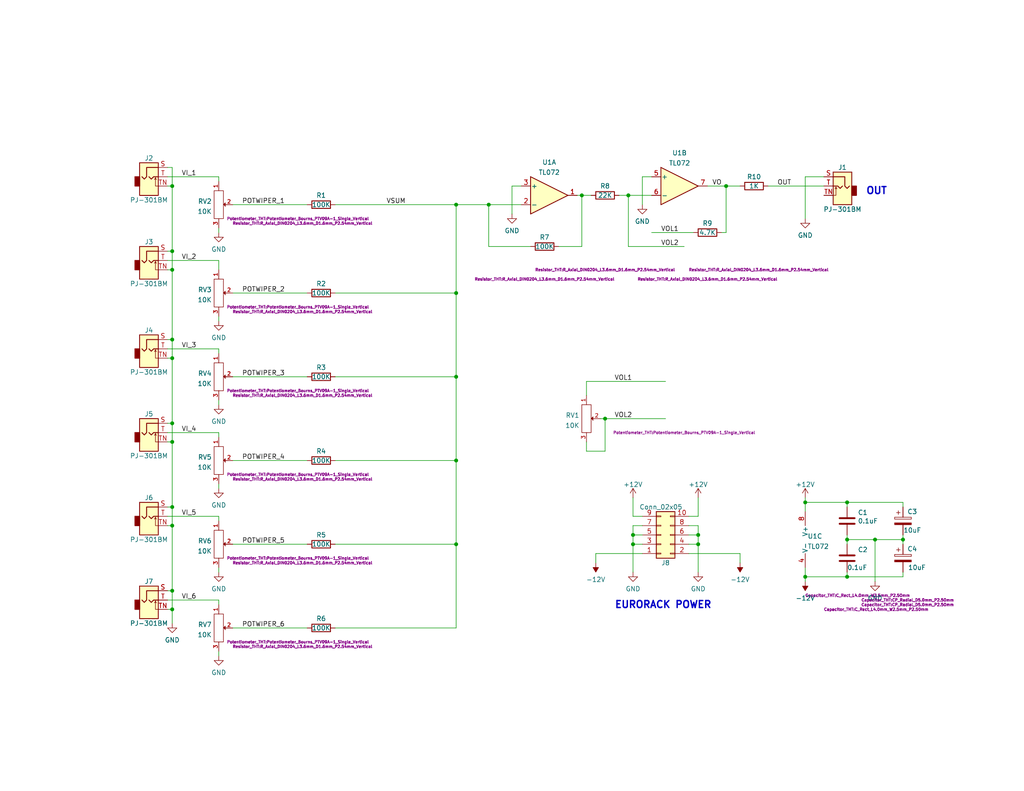
<source format=kicad_sch>
(kicad_sch (version 20211123) (generator eeschema)
  (paper "A")
  (title_block (title "SYNTH-MIXER6-01") (date "2022-09-28") (rev "1") (comment 1 "6 CHANNEL MIXER") (comment 2 "https://note.com/solder_state/n/nffc1a33053be"))
  (lib_symbols
    (symbol "Amplifier_Operational:TL072" (pin_names (offset 0.127))
      (property "Reference" "U" (at 0 5.08 0))
      (property "Value" "TL072" (at 0 -5.08 0))
      (symbol "TL072_1_1"
        (polyline (pts (xy -5.08 5.08) (xy 5.08 0) (xy -5.08 -5.08) (xy -5.08 5.08)) (stroke (width 0.254)) (fill (type background)))
        (pin output line (at 7.62 0 180) (length 2.54) (name "~") (number "1"))
        (pin input line (at -7.62 -2.54 0) (length 2.54) (name "-") (number "2"))
        (pin input line (at -7.62 2.54 0) (length 2.54) (name "+") (number "3"))
      )
      (symbol "TL072_2_1"
        (polyline (pts (xy -5.08 5.08) (xy 5.08 0) (xy -5.08 -5.08) (xy -5.08 5.08)) (stroke (width 0.254)) (fill (type background)))
        (pin input line (at -7.62 2.54 0) (length 2.54) (name "+") (number "5"))
        (pin input line (at -7.62 -2.54 0) (length 2.54) (name "-") (number "6"))
        (pin output line (at 7.62 0 180) (length 2.54) (name "~") (number "7"))
      )
      (symbol "TL072_3_1"
        (pin power_in line (at -2.54 -7.62 90) (length 3.81) (name "V-") (number "4"))
        (pin power_in line (at -2.54 7.62 270) (length 3.81) (name "V+") (number "8"))
      )
    )
    (symbol "Connector:AudioJack2_SwitchT"
      (property "Reference" "J" (at 0 8.89 0))
      (property "Value" "AudioJack2_SwitchT" (at 0 6.35 0))
      (symbol "AudioJack2_SwitchT_0_1"
        (rectangle (start -2.54 0) (end -3.81 -2.54) (stroke (width 0.254)) (fill (type outline)))
        (polyline (pts (xy 1.778 -0.254) (xy 2.032 -0.762)))
        (polyline (pts (xy 0 0) (xy 0.635 -0.635) (xy 1.27 0) (xy 2.54 0)) (stroke (width 0.254)))
        (polyline (pts (xy 2.54 -2.54) (xy 1.778 -2.54) (xy 1.778 -0.254) (xy 1.524 -0.762)))
        (polyline (pts (xy 2.54 2.54) (xy -0.635 2.54) (xy -0.635 0) (xy -1.27 -0.635) (xy -1.905 0)) (stroke (width 0.254)))
        (rectangle (start 2.54 3.81) (end -2.54 -5.08) (stroke (width 0.254)) (fill (type background)))
      )
      (symbol "AudioJack2_SwitchT_1_1"
        (pin passive line (at 5.08 2.54 180) (length 2.54) (name "~") (number "S"))
        (pin passive line (at 5.08 0 180) (length 2.54) (name "~") (number "T"))
        (pin passive line (at 5.08 -2.54 180) (length 2.54) (name "~") (number "TN"))
      )
    )
    (symbol "Connector_Generic:Conn_02x05_Odd_Even" (pin_names (offset 1.016) hide)
      (property "Reference" "J" (at 1.27 7.62 0))
      (property "Value" "Conn_02x05_Odd_Even" (at 1.27 -7.62 0))
      (symbol "Conn_02x05_Odd_Even_1_1"
        (rectangle (start -1.27 -4.953) (end 0 -5.207) (stroke (width 0.1524)))
        (rectangle (start -1.27 -2.413) (end 0 -2.667) (stroke (width 0.1524)))
        (rectangle (start -1.27 0.127) (end 0 -0.127) (stroke (width 0.1524)))
        (rectangle (start -1.27 2.667) (end 0 2.413) (stroke (width 0.1524)))
        (rectangle (start -1.27 5.207) (end 0 4.953) (stroke (width 0.1524)))
        (rectangle (start -1.27 6.35) (end 3.81 -6.35) (stroke (width 0.254)) (fill (type background)))
        (rectangle (start 3.81 -4.953) (end 2.54 -5.207) (stroke (width 0.1524)))
        (rectangle (start 3.81 -2.413) (end 2.54 -2.667) (stroke (width 0.1524)))
        (rectangle (start 3.81 0.127) (end 2.54 -0.127) (stroke (width 0.1524)))
        (rectangle (start 3.81 2.667) (end 2.54 2.413) (stroke (width 0.1524)))
        (rectangle (start 3.81 5.207) (end 2.54 4.953) (stroke (width 0.1524)))
        (pin passive line (at -5.08 5.08 0) (length 3.81) (name "Pin_1") (number "1"))
        (pin passive line (at 7.62 -5.08 180) (length 3.81) (name "Pin_10") (number "10"))
        (pin passive line (at 7.62 5.08 180) (length 3.81) (name "Pin_2") (number "2"))
        (pin passive line (at -5.08 2.54 0) (length 3.81) (name "Pin_3") (number "3"))
        (pin passive line (at 7.62 2.54 180) (length 3.81) (name "Pin_4") (number "4"))
        (pin passive line (at -5.08 0 0) (length 3.81) (name "Pin_5") (number "5"))
        (pin passive line (at 7.62 0 180) (length 3.81) (name "Pin_6") (number "6"))
        (pin passive line (at -5.08 -2.54 0) (length 3.81) (name "Pin_7") (number "7"))
        (pin passive line (at 7.62 -2.54 180) (length 3.81) (name "Pin_8") (number "8"))
        (pin passive line (at -5.08 -5.08 0) (length 3.81) (name "Pin_9") (number "9"))
      )
    )
    (symbol "Device:C" (pin_numbers hide) (pin_names (offset 0.254))
      (property "Reference" "C" (at 0.635 2.54 0))
      (property "Value" "C" (at 0.635 -2.54 0))
      (symbol "C_0_1"
        (polyline (pts (xy -2.032 -0.762) (xy 2.032 -0.762)) (stroke (width 0.508)))
        (polyline (pts (xy -2.032 0.762) (xy 2.032 0.762)) (stroke (width 0.508)))
      )
      (symbol "C_1_1"
        (pin passive line (at 0 3.81 270) (length 2.794) (name "~") (number "1"))
        (pin passive line (at 0 -3.81 90) (length 2.794) (name "~") (number "2"))
      )
    )
    (symbol "Device:C_Polarized" (pin_numbers hide) (pin_names (offset 0.254))
      (property "Reference" "C" (at 0.635 2.54 0))
      (property "Value" "C_Polarized" (at 0.635 -2.54 0))
      (symbol "C_Polarized_0_1"
        (rectangle (start -2.286 0.508) (end 2.286 1.016))
        (polyline (pts (xy -1.778 2.286) (xy -0.762 2.286)))
        (polyline (pts (xy -1.27 2.794) (xy -1.27 1.778)))
        (rectangle (start 2.286 -0.508) (end -2.286 -1.016) (fill (type outline)))
      )
      (symbol "C_Polarized_1_1"
        (pin passive line (at 0 3.81 270) (length 2.794) (name "~") (number "1"))
        (pin passive line (at 0 -3.81 90) (length 2.794) (name "~") (number "2"))
      )
    )
    (symbol "Device:R" (pin_numbers hide) (pin_names (offset 0))
      (property "Reference" "R" (at 2.032 0 90))
      (property "Value" "R" (at 0 0 90))
      (symbol "R_0_1"
        (rectangle (start -1.016 -2.54) (end 1.016 2.54) (stroke (width 0.254)))
      )
      (symbol "R_1_1"
        (pin passive line (at 0 3.81 270) (length 1.27) (name "~") (number "1"))
        (pin passive line (at 0 -3.81 90) (length 1.27) (name "~") (number "2"))
      )
    )
    (symbol "LandBoards:POT" (pin_names (offset 1.016) hide)
      (property "Reference" "RV" (at 0 -2.54 0))
      (property "Value" "POT" (at 0 0 0))
      (symbol "POT_0_1"
        (rectangle (start -3.81 1.27) (end 3.81 -1.27))
        (polyline (pts (xy 0 1.27) (xy -0.508 1.778) (xy 0.508 1.778)) (fill (type outline)))
      )
      (symbol "POT_1_1"
        (pin passive line (at -6.35 0 0) (length 2.54) (name "1") (number "1"))
        (pin passive line (at 0 3.81 270) (length 2.032) (name "2") (number "2"))
        (pin passive line (at 6.35 0 180) (length 2.54) (name "3") (number "3"))
      )
    )
    (symbol "power:+12V" (power) (pin_names (offset 0))
      (property "Value" "+12V" (at 0 3.556 0))
      (symbol "+12V_0_1"
        (polyline (pts (xy -0.762 1.27) (xy 0 2.54)))
        (polyline (pts (xy 0 0) (xy 0 2.54)))
        (polyline (pts (xy 0 2.54) (xy 0.762 1.27)))
      )
      (symbol "+12V_1_1"
        (pin power_in line (at 0 0 90) (length 0) hide (name "+12V") (number "1"))
      )
    )
    (symbol "power:-12V" (power) (pin_names (offset 0))
      (property "Value" "-12V" (at 0 3.81 0))
      (symbol "-12V_0_0"
        (pin power_in line (at 0 0 90) (length 0) hide (name "-12V") (number "1"))
      )
      (symbol "-12V_0_1"
        (polyline (pts (xy 0 0) (xy 0 1.27) (xy 0.762 1.27) (xy 0 2.54) (xy -0.762 1.27) (xy 0 1.27)) (fill (type outline)))
      )
    )
    (symbol "power:GND" (power) (pin_names (offset 0))
      (property "Value" "GND" (at 0 -3.81 0))
      (symbol "GND_0_1"
        (polyline (pts (xy 0 0) (xy 0 -1.27) (xy 1.27 -1.27) (xy 0 -2.54) (xy -1.27 -1.27) (xy 0 -1.27)))
      )
      (symbol "GND_1_1"
        (pin power_in line (at 0 0 270) (length 0) hide (name "GND") (number "1"))
      )
    )
  )
  (junction (at 133.35 55.88))
  (junction (at 46.99 68.58))
  (junction (at 124.46 102.87))
  (junction (at 46.99 50.8))
  (junction (at 124.46 55.88))
  (junction (at 46.99 161.29))
  (junction (at 219.71 137.16))
  (junction (at 238.76 147.32))
  (junction (at 172.72 146.05))
  (junction (at 124.46 80.01))
  (junction (at 46.99 97.79))
  (junction (at 46.99 138.43))
  (junction (at 171.45 53.34))
  (junction (at 124.46 125.73))
  (junction (at 46.99 115.57))
  (junction (at 46.99 143.51))
  (junction (at 165.1 114.3))
  (junction (at 219.71 157.48))
  (junction (at 46.99 92.71))
  (junction (at 190.5 148.59))
  (junction (at 231.14 157.48))
  (junction (at 124.46 148.59))
  (junction (at 231.14 147.32))
  (junction (at 46.99 120.65))
  (junction (at 231.14 137.16))
  (junction (at 246.38 147.32))
  (junction (at 172.72 148.59))
  (junction (at 46.99 73.66))
  (junction (at 198.12 50.8))
  (junction (at 158.75 53.34))
  (junction (at 190.5 146.05))
  (junction (at 46.99 166.37))
  (wire (pts (xy 172.72 143.51) (xy 172.72 146.05)))
  (wire (pts (xy 46.99 97.79) (xy 46.99 115.57)))
  (wire (pts (xy 91.44 125.73) (xy 124.46 125.73)))
  (wire (pts (xy 46.99 73.66) (xy 46.99 92.71)))
  (wire (pts (xy 59.69 109.22) (xy 59.69 110.49)))
  (wire (pts (xy 165.1 114.3) (xy 181.61 114.3)))
  (wire (pts (xy 45.72 118.11) (xy 59.69 118.11)))
  (wire (pts (xy 46.99 143.51) (xy 45.72 143.51)))
  (wire (pts (xy 59.69 177.8) (xy 59.69 179.07)))
  (wire (pts (xy 59.69 86.36) (xy 59.69 87.63)))
  (wire (pts (xy 172.72 148.59) (xy 175.26 148.59)))
  (wire (pts (xy 231.14 137.16) (xy 246.38 137.16)))
  (wire (pts (xy 175.26 143.51) (xy 172.72 143.51)))
  (wire (pts (xy 124.46 55.88) (xy 133.35 55.88)))
  (wire (pts (xy 172.72 146.05) (xy 172.72 148.59)))
  (wire (pts (xy 124.46 80.01) (xy 124.46 102.87)))
  (wire (pts (xy 246.38 157.48) (xy 246.38 156.21)))
  (wire (pts (xy 238.76 147.32) (xy 246.38 147.32)))
  (wire (pts (xy 46.99 138.43) (xy 46.99 143.51)))
  (wire (pts (xy 46.99 120.65) (xy 46.99 138.43)))
  (wire (pts (xy 162.56 151.13) (xy 162.56 153.67)))
  (wire (pts (xy 190.5 135.89) (xy 190.5 140.97)))
  (wire (pts (xy 46.99 73.66) (xy 45.72 73.66)))
  (wire (pts (xy 246.38 137.16) (xy 246.38 138.43)))
  (wire (pts (xy 219.71 157.48) (xy 231.14 157.48)))
  (wire (pts (xy 246.38 147.32) (xy 246.38 146.05)))
  (wire (pts (xy 139.7 58.42) (xy 139.7 50.8)))
  (wire (pts (xy 45.72 163.83) (xy 59.69 163.83)))
  (wire (pts (xy 171.45 53.34) (xy 171.45 67.31)))
  (wire (pts (xy 175.26 151.13) (xy 162.56 151.13)))
  (wire (pts (xy 59.69 142.24) (xy 59.69 140.97)))
  (wire (pts (xy 46.99 166.37) (xy 46.99 170.18)))
  (wire (pts (xy 175.26 140.97) (xy 172.72 140.97)))
  (wire (pts (xy 46.99 50.8) (xy 46.99 68.58)))
  (wire (pts (xy 231.14 157.48) (xy 246.38 157.48)))
  (wire (pts (xy 45.72 140.97) (xy 59.69 140.97)))
  (wire (pts (xy 45.72 45.72) (xy 46.99 45.72)))
  (wire (pts (xy 46.99 45.72) (xy 46.99 50.8)))
  (wire (pts (xy 124.46 171.45) (xy 91.44 171.45)))
  (wire (pts (xy 59.69 48.26) (xy 59.69 49.53)))
  (wire (pts (xy 201.93 50.8) (xy 198.12 50.8)))
  (wire (pts (xy 177.8 63.5) (xy 189.23 63.5)))
  (wire (pts (xy 45.72 138.43) (xy 46.99 138.43)))
  (wire (pts (xy 231.14 146.05) (xy 231.14 147.32)))
  (wire (pts (xy 168.91 53.34) (xy 171.45 53.34)))
  (wire (pts (xy 59.69 73.66) (xy 59.69 71.12)))
  (wire (pts (xy 46.99 50.8) (xy 45.72 50.8)))
  (wire (pts (xy 91.44 148.59) (xy 124.46 148.59)))
  (wire (pts (xy 83.82 102.87) (xy 63.5 102.87)))
  (wire (pts (xy 157.48 53.34) (xy 158.75 53.34)))
  (wire (pts (xy 175.26 55.88) (xy 175.26 48.26)))
  (wire (pts (xy 144.78 67.31) (xy 133.35 67.31)))
  (wire (pts (xy 187.96 151.13) (xy 201.93 151.13)))
  (wire (pts (xy 133.35 55.88) (xy 142.24 55.88)))
  (wire (pts (xy 190.5 148.59) (xy 190.5 156.21)))
  (wire (pts (xy 158.75 67.31) (xy 152.4 67.31)))
  (wire (pts (xy 91.44 102.87) (xy 124.46 102.87)))
  (wire (pts (xy 45.72 92.71) (xy 46.99 92.71)))
  (wire (pts (xy 45.72 68.58) (xy 46.99 68.58)))
  (wire (pts (xy 190.5 143.51) (xy 190.5 146.05)))
  (wire (pts (xy 196.85 63.5) (xy 198.12 63.5)))
  (wire (pts (xy 83.82 148.59) (xy 63.5 148.59)))
  (wire (pts (xy 187.96 140.97) (xy 190.5 140.97)))
  (wire (pts (xy 160.02 123.19) (xy 165.1 123.19)))
  (wire (pts (xy 187.96 143.51) (xy 190.5 143.51)))
  (wire (pts (xy 158.75 53.34) (xy 158.75 67.31)))
  (wire (pts (xy 187.96 148.59) (xy 190.5 148.59)))
  (wire (pts (xy 219.71 157.48) (xy 219.71 158.75)))
  (wire (pts (xy 172.72 135.89) (xy 172.72 140.97)))
  (wire (pts (xy 45.72 115.57) (xy 46.99 115.57)))
  (wire (pts (xy 139.7 50.8) (xy 142.24 50.8)))
  (wire (pts (xy 219.71 135.89) (xy 219.71 137.16)))
  (wire (pts (xy 46.99 68.58) (xy 46.99 73.66)))
  (wire (pts (xy 219.71 48.26) (xy 219.71 59.69)))
  (wire (pts (xy 124.46 148.59) (xy 124.46 171.45)))
  (wire (pts (xy 59.69 132.08) (xy 59.69 133.35)))
  (wire (pts (xy 219.71 137.16) (xy 219.71 139.7)))
  (wire (pts (xy 160.02 104.14) (xy 181.61 104.14)))
  (wire (pts (xy 231.14 147.32) (xy 238.76 147.32)))
  (wire (pts (xy 219.71 154.94) (xy 219.71 157.48)))
  (wire (pts (xy 231.14 156.21) (xy 231.14 157.48)))
  (wire (pts (xy 46.99 161.29) (xy 46.99 166.37)))
  (wire (pts (xy 59.69 96.52) (xy 59.69 95.25)))
  (wire (pts (xy 46.99 92.71) (xy 46.99 97.79)))
  (wire (pts (xy 231.14 137.16) (xy 231.14 138.43)))
  (wire (pts (xy 172.72 148.59) (xy 172.72 156.21)))
  (wire (pts (xy 133.35 67.31) (xy 133.35 55.88)))
  (wire (pts (xy 124.46 125.73) (xy 124.46 148.59)))
  (wire (pts (xy 201.93 151.13) (xy 201.93 153.67)))
  (wire (pts (xy 46.99 143.51) (xy 46.99 161.29)))
  (wire (pts (xy 59.69 62.23) (xy 59.69 63.5)))
  (wire (pts (xy 46.99 97.79) (xy 45.72 97.79)))
  (wire (pts (xy 45.72 48.26) (xy 59.69 48.26)))
  (wire (pts (xy 165.1 114.3) (xy 165.1 123.19)))
  (wire (pts (xy 190.5 146.05) (xy 190.5 148.59)))
  (wire (pts (xy 59.69 165.1) (xy 59.69 163.83)))
  (wire (pts (xy 45.72 161.29) (xy 46.99 161.29)))
  (wire (pts (xy 209.55 50.8) (xy 224.79 50.8)))
  (wire (pts (xy 163.83 114.3) (xy 165.1 114.3)))
  (wire (pts (xy 175.26 48.26) (xy 177.8 48.26)))
  (wire (pts (xy 83.82 171.45) (xy 63.5 171.45)))
  (wire (pts (xy 46.99 166.37) (xy 45.72 166.37)))
  (wire (pts (xy 171.45 67.31) (xy 186.69 67.31)))
  (wire (pts (xy 45.72 95.25) (xy 59.69 95.25)))
  (wire (pts (xy 91.44 80.01) (xy 124.46 80.01)))
  (wire (pts (xy 171.45 53.34) (xy 177.8 53.34)))
  (wire (pts (xy 59.69 119.38) (xy 59.69 118.11)))
  (wire (pts (xy 160.02 120.65) (xy 160.02 123.19)))
  (wire (pts (xy 246.38 148.59) (xy 246.38 147.32)))
  (wire (pts (xy 219.71 137.16) (xy 231.14 137.16)))
  (wire (pts (xy 91.44 55.88) (xy 124.46 55.88)))
  (wire (pts (xy 63.5 80.01) (xy 83.82 80.01)))
  (wire (pts (xy 158.75 53.34) (xy 161.29 53.34)))
  (wire (pts (xy 231.14 147.32) (xy 231.14 148.59)))
  (wire (pts (xy 187.96 146.05) (xy 190.5 146.05)))
  (wire (pts (xy 172.72 146.05) (xy 175.26 146.05)))
  (wire (pts (xy 160.02 107.95) (xy 160.02 104.14)))
  (wire (pts (xy 124.46 55.88) (xy 124.46 80.01)))
  (wire (pts (xy 59.69 154.94) (xy 59.69 156.21)))
  (wire (pts (xy 224.79 48.26) (xy 219.71 48.26)))
  (wire (pts (xy 124.46 102.87) (xy 124.46 125.73)))
  (wire (pts (xy 198.12 63.5) (xy 198.12 50.8)))
  (wire (pts (xy 238.76 147.32) (xy 238.76 158.75)))
  (wire (pts (xy 46.99 115.57) (xy 46.99 120.65)))
  (wire (pts (xy 45.72 71.12) (xy 59.69 71.12)))
  (wire (pts (xy 198.12 50.8) (xy 193.04 50.8)))
  (wire (pts (xy 63.5 55.88) (xy 83.82 55.88)))
  (wire (pts (xy 83.82 125.73) (xy 63.5 125.73)))
  (wire (pts (xy 46.99 120.65) (xy 45.72 120.65)))
  (text "EURORACK POWER" (at 167.64 166.37 0) (effects (font (size 1.905 1.905) (thickness 0.381) bold) (justify left bottom)))
  (text "OUT" (at 236.22 53.34 0) (effects (font (size 1.905 1.905) (thickness 0.381) bold) (justify left bottom)))
  (label "VOL2" (at 180.34 67.31 0))
  (label "VI_2" (at 49.53 71.12 0))
  (label "POTWIPER_2" (at 66.04 80.01 0))
  (label "POTWIPER_3" (at 66.04 102.87 0))
  (label "VSUM" (at 105.41 55.88 0))
  (label "VI_3" (at 49.53 95.25 0))
  (label "OUT" (at 212.09 50.8 0))
  (label "VI_4" (at 49.53 118.11 0))
  (label "POTWIPER_1" (at 66.04 55.88 0))
  (label "VOL2" (at 167.64 114.3 0))
  (label "VOL1" (at 180.34 63.5 0))
  (label "VO" (at 194.31 50.8 0))
  (label "POTWIPER_5" (at 66.04 148.59 0))
  (label "VI_5" (at 49.53 140.97 0))
  (label "VI_1" (at 49.53 48.26 0))
  (label "POTWIPER_4" (at 66.04 125.73 0))
  (label "POTWIPER_6" (at 66.04 171.45 0))
  (label "VI_6" (at 49.53 163.83 0))
  (label "VOL1" (at 167.64 104.14 0))
  (symbol (lib_id "power:GND") (at 172.72 156.21 0) (unit 1)
    (property "Reference" "#PWR0114" (effects hide))
    (property "Value" "GND" (at 172.72 160.7725 0))
  )
  (symbol (lib_id "Device:R") (at 87.63 148.59 90) (unit 1)
    (property "Reference" "R5" (at 87.63 146.05 90))
    (property "Value" "100K" (at 87.63 148.59 90))
    (property "Footprint" "Resistor_THT:R_Axial_DIN0204_L3.6mm_D1.6mm_P2.54mm_Vertical" (at 82.55 153.67 90) (effects (font (size 0.762 0.762))))
    (property "Datasheet" "https://www.mouser.com/ProductDetail/Xicon/299-2.2K-RC?qs=QaPBMFBEHz3RDbXknTj%252ByA%3D%3D" (effects hide))
  )
  (symbol (lib_id "Connector:AudioJack2_SwitchT") (at 40.64 163.83 0) (unit 1)
    (property "Reference" "J7" (at 40.64 158.75 0))
    (property "Value" "PJ-301BM" (at 40.64 170.18 0))
    (property "Footprint" "AudioJacks:Jack_3.5mm_QingPu_WQP-PJ301BM_Vertical" (effects hide))
    (property "Datasheet" "https://www.taydaelectronics.com/pj-301bm-3-5-mm-mono-phone-jack.html" (effects hide))
  )
  (symbol (lib_id "power:+12V") (at 190.5 135.89 0) (unit 1)
    (property "Reference" "#PWR0115" (effects hide))
    (property "Value" "+12V" (at 190.5 132.2855 0))
  )
  (symbol (lib_id "power:GND") (at 59.69 63.5 0) (unit 1)
    (property "Reference" "#PWR0101" (effects hide))
    (property "Value" "GND" (at 59.69 68.0625 0))
  )
  (symbol (lib_id "Connector:AudioJack2_SwitchT") (at 229.87 50.8 0) (mirror y) (unit 1)
    (property "Reference" "J1" (at 229.87 45.72 0))
    (property "Value" "PJ-301BM" (at 229.87 57.15 0))
    (property "Footprint" "AudioJacks:Jack_3.5mm_QingPu_WQP-PJ301BM_Vertical" (effects hide))
    (property "Datasheet" "https://www.taydaelectronics.com/pj-301bm-3-5-mm-mono-phone-jack.html" (effects hide))
  )
  (symbol (lib_id "LandBoards:POT") (at 59.69 171.45 270) (unit 1)
    (property "Reference" "RV7" (at 57.7851 170.5415 90) (effects (justify right)))
    (property "Value" "10K" (at 57.7851 173.3166 90) (effects (justify right)))
    (property "Footprint" "Potentiometer_THT:Potentiometer_Bourns_PTV09A-1_Single_Vertical" (at 81.28 175.26 90) (effects (font (size 0.762 0.762))))
  )
  (symbol (lib_id "Connector:AudioJack2_SwitchT") (at 40.64 71.12 0) (unit 1)
    (property "Reference" "J3" (at 40.64 66.04 0))
    (property "Value" "PJ-301BM" (at 40.64 77.47 0))
    (property "Footprint" "AudioJacks:Jack_3.5mm_QingPu_WQP-PJ301BM_Vertical" (effects hide))
    (property "Datasheet" "https://www.taydaelectronics.com/pj-301bm-3-5-mm-mono-phone-jack.html" (effects hide))
  )
  (symbol (lib_id "power:GND") (at 59.69 133.35 0) (unit 1)
    (property "Reference" "#PWR0111" (effects hide))
    (property "Value" "GND" (at 59.69 137.9125 0))
  )
  (symbol (lib_id "Device:R") (at 87.63 55.88 90) (unit 1)
    (property "Reference" "R1" (at 87.63 53.34 90))
    (property "Value" "100K" (at 87.63 55.88 90))
    (property "Footprint" "Resistor_THT:R_Axial_DIN0204_L3.6mm_D1.6mm_P2.54mm_Vertical" (at 82.55 60.96 90) (effects (font (size 0.762 0.762))))
    (property "Datasheet" "https://www.mouser.com/ProductDetail/Xicon/299-2.2K-RC?qs=QaPBMFBEHz3RDbXknTj%252ByA%3D%3D" (effects hide))
  )
  (symbol (lib_id "Amplifier_Operational:TL072") (at 185.42 50.8 0) (unit 2)
    (property "Reference" "U1" (at 185.42 41.7535 0))
    (property "Value" "TL072" (at 185.42 44.5286 0))
    (property "Footprint" "Package_DIP:DIP-8_W7.62mm" (effects hide))
    (property "Datasheet" "https://store.synthrotek.com/TL072P-Op-Amp_p_418.html" (effects hide))
  )
  (symbol (lib_id "Device:R") (at 87.63 102.87 90) (unit 1)
    (property "Reference" "R3" (at 87.63 100.33 90))
    (property "Value" "100K" (at 87.63 102.87 90))
    (property "Footprint" "Resistor_THT:R_Axial_DIN0204_L3.6mm_D1.6mm_P2.54mm_Vertical" (at 82.55 107.95 90) (effects (font (size 0.762 0.762))))
    (property "Datasheet" "https://www.mouser.com/ProductDetail/Xicon/299-2.2K-RC?qs=QaPBMFBEHz3RDbXknTj%252ByA%3D%3D" (effects hide))
  )
  (symbol (lib_id "power:+12V") (at 219.71 135.89 0) (unit 1)
    (property "Reference" "#PWR0107" (effects hide))
    (property "Value" "+12V" (at 219.71 132.2855 0))
  )
  (symbol (lib_id "LandBoards:POT") (at 59.69 125.73 270) (unit 1)
    (property "Reference" "RV5" (at 57.7851 124.8215 90) (effects (justify right)))
    (property "Value" "10K" (at 57.7851 127.5966 90) (effects (justify right)))
    (property "Footprint" "Potentiometer_THT:Potentiometer_Bourns_PTV09A-1_Single_Vertical" (at 81.28 129.54 90) (effects (font (size 0.762 0.762))))
  )
  (symbol (lib_id "power:GND") (at 238.76 158.75 0) (unit 1)
    (property "Reference" "#PWR0106" (effects hide))
    (property "Value" "GND" (at 238.76 163.3125 0))
  )
  (symbol (lib_id "Device:R") (at 205.74 50.8 90) (unit 1)
    (property "Reference" "R10" (at 205.74 48.26 90))
    (property "Value" "1K" (at 205.74 50.8 90))
    (property "Footprint" "Resistor_THT:R_Axial_DIN0204_L3.6mm_D1.6mm_P2.54mm_Vertical" (at 207.01 73.66 90) (effects (font (size 0.762 0.762))))
    (property "Datasheet" "https://www.mouser.com/ProductDetail/Xicon/299-2.2K-RC?qs=QaPBMFBEHz3RDbXknTj%252ByA%3D%3D" (effects hide))
  )
  (symbol (lib_id "power:GND") (at 46.99 170.18 0) (unit 1)
    (property "Reference" "#PWR0102" (effects hide))
    (property "Value" "GND" (at 46.99 174.7425 0))
  )
  (symbol (lib_id "Device:R") (at 165.1 53.34 90) (unit 1)
    (property "Reference" "R8" (at 165.1 50.8 90))
    (property "Value" "22K" (at 165.1 53.34 90))
    (property "Footprint" "Resistor_THT:R_Axial_DIN0204_L3.6mm_D1.6mm_P2.54mm_Vertical" (at 165.1 73.66 90) (effects (font (size 0.762 0.762))))
    (property "Datasheet" "https://www.mouser.com/ProductDetail/Xicon/299-2.2K-RC?qs=QaPBMFBEHz3RDbXknTj%252ByA%3D%3D" (effects hide))
  )
  (symbol (lib_id "power:GND") (at 139.7 58.42 0) (unit 1)
    (property "Reference" "#PWR0117" (effects hide))
    (property "Value" "GND" (at 139.7 62.9825 0))
  )
  (symbol (lib_id "power:GND") (at 59.69 179.07 0) (unit 1)
    (property "Reference" "#PWR0104" (effects hide))
    (property "Value" "GND" (at 59.69 183.6325 0))
  )
  (symbol (lib_id "Device:C_Polarized") (at 246.38 152.4 0) (unit 1)
    (property "Reference" "C4" (at 248.92 149.86 0))
    (property "Value" "10uF" (at 250.19 154.94 0))
    (property "Footprint" "Capacitor_THT:CP_Radial_D5.0mm_P2.50mm" (at 247.65 163.83 0) (effects (font (size 0.762 0.762))))
    (property "Datasheet" "https://www.mouser.com/ProductDetail/140-REA470M1CBK0511P" (effects hide))
  )
  (symbol (lib_id "LandBoards:POT") (at 59.69 80.01 270) (unit 1)
    (property "Reference" "RV3" (at 57.7851 79.1015 90) (effects (justify right)))
    (property "Value" "10K" (at 57.7851 81.8766 90) (effects (justify right)))
    (property "Footprint" "Potentiometer_THT:Potentiometer_Bourns_PTV09A-1_Single_Vertical" (at 81.28 83.82 90) (effects (font (size 0.762 0.762))))
  )
  (symbol (lib_id "power:GND") (at 59.69 110.49 0) (unit 1)
    (property "Reference" "#PWR0108" (effects hide))
    (property "Value" "GND" (at 59.69 115.0525 0))
  )
  (symbol (lib_id "Device:R") (at 87.63 125.73 90) (unit 1)
    (property "Reference" "R4" (at 87.63 123.19 90))
    (property "Value" "100K" (at 87.63 125.73 90))
    (property "Footprint" "Resistor_THT:R_Axial_DIN0204_L3.6mm_D1.6mm_P2.54mm_Vertical" (at 82.55 130.81 90) (effects (font (size 0.762 0.762))))
    (property "Datasheet" "https://www.mouser.com/ProductDetail/Xicon/299-2.2K-RC?qs=QaPBMFBEHz3RDbXknTj%252ByA%3D%3D" (effects hide))
  )
  (symbol (lib_id "power:GND") (at 190.5 156.21 0) (unit 1)
    (property "Reference" "#PWR0112" (effects hide))
    (property "Value" "GND" (at 190.5 160.7725 0))
  )
  (symbol (lib_id "power:+12V") (at 172.72 135.89 0) (unit 1)
    (property "Reference" "#PWR0116" (effects hide))
    (property "Value" "+12V" (at 172.72 132.2855 0))
  )
  (symbol (lib_id "power:GND") (at 175.26 55.88 0) (unit 1)
    (property "Reference" "#PWR0118" (effects hide))
    (property "Value" "GND" (at 175.26 60.4425 0))
  )
  (symbol (lib_id "LandBoards:POT") (at 59.69 148.59 270) (unit 1)
    (property "Reference" "RV6" (at 57.7851 147.6815 90) (effects (justify right)))
    (property "Value" "10K" (at 57.7851 150.4566 90) (effects (justify right)))
    (property "Footprint" "Potentiometer_THT:Potentiometer_Bourns_PTV09A-1_Single_Vertical" (at 81.28 152.4 90) (effects (font (size 0.762 0.762))))
  )
  (symbol (lib_id "Device:C_Polarized") (at 246.38 142.24 0) (unit 1)
    (property "Reference" "C3" (at 248.92 139.7 0))
    (property "Value" "10uF" (at 248.92 144.78 0))
    (property "Footprint" "Capacitor_THT:CP_Radial_D5.0mm_P2.50mm" (at 247.65 165.1 0) (effects (font (size 0.762 0.762))))
    (property "Datasheet" "https://www.mouser.com/ProductDetail/140-REA470M1CBK0511P" (effects hide))
  )
  (symbol (lib_id "power:-12V") (at 162.56 153.67 180) (unit 1)
    (property "Reference" "#PWR0110" (effects hide))
    (property "Value" "-12V" (at 162.56 158.2325 0))
  )
  (symbol (lib_id "Device:C") (at 231.14 152.4 0) (unit 1)
    (property "Reference" "C2" (at 234.061 150.0886 0) (effects (justify left)))
    (property "Value" "0.1uF" (at 231.14 154.94 0) (effects (justify left)))
    (property "Footprint" "Capacitor_THT:C_Rect_L4.0mm_W2.5mm_P2.50mm" (at 219.71 162.56 0) (effects (font (size 0.762 0.762)) (justify left)))
    (property "Datasheet" "https://www.mouser.com/ProductDetail/TDK/FG18X7R1H473KNT06?qs=qf2ddTMq67Ua7q%2FdN4IhqA%3D%3D" (effects hide))
  )
  (symbol (lib_id "LandBoards:POT") (at 59.69 102.87 270) (unit 1)
    (property "Reference" "RV4" (at 57.7851 101.9615 90) (effects (justify right)))
    (property "Value" "10K" (at 57.7851 104.7366 90) (effects (justify right)))
    (property "Footprint" "Potentiometer_THT:Potentiometer_Bourns_PTV09A-1_Single_Vertical" (at 81.28 106.68 90) (effects (font (size 0.762 0.762))))
  )
  (symbol (lib_id "power:-12V") (at 201.93 153.67 180) (unit 1)
    (property "Reference" "#PWR0113" (effects hide))
    (property "Value" "-12V" (at 201.93 158.2325 0))
  )
  (symbol (lib_id "Device:R") (at 87.63 80.01 90) (unit 1)
    (property "Reference" "R2" (at 87.63 77.47 90))
    (property "Value" "100K" (at 87.63 80.01 90))
    (property "Footprint" "Resistor_THT:R_Axial_DIN0204_L3.6mm_D1.6mm_P2.54mm_Vertical" (at 82.55 85.09 90) (effects (font (size 0.762 0.762))))
    (property "Datasheet" "https://www.mouser.com/ProductDetail/Xicon/299-2.2K-RC?qs=QaPBMFBEHz3RDbXknTj%252ByA%3D%3D" (effects hide))
  )
  (symbol (lib_id "Connector:AudioJack2_SwitchT") (at 40.64 48.26 0) (unit 1)
    (property "Reference" "J2" (at 40.64 43.18 0))
    (property "Value" "PJ-301BM" (at 40.64 54.61 0))
    (property "Footprint" "AudioJacks:Jack_3.5mm_QingPu_WQP-PJ301BM_Vertical" (effects hide))
    (property "Datasheet" "https://www.taydaelectronics.com/pj-301bm-3-5-mm-mono-phone-jack.html" (effects hide))
  )
  (symbol (lib_id "Device:R") (at 87.63 171.45 90) (unit 1)
    (property "Reference" "R6" (at 87.63 168.91 90))
    (property "Value" "100K" (at 87.63 171.45 90))
    (property "Footprint" "Resistor_THT:R_Axial_DIN0204_L3.6mm_D1.6mm_P2.54mm_Vertical" (at 82.55 176.53 90) (effects (font (size 0.762 0.762))))
    (property "Datasheet" "https://www.mouser.com/ProductDetail/Xicon/299-2.2K-RC?qs=QaPBMFBEHz3RDbXknTj%252ByA%3D%3D" (effects hide))
  )
  (symbol (lib_id "Amplifier_Operational:TL072") (at 222.25 147.32 0) (unit 3)
    (property "Reference" "U1" (at 220.345 146.4115 0) (effects (justify left)))
    (property "Value" "TL072" (at 220.345 149.1866 0) (effects (justify left)))
    (property "Footprint" "Package_DIP:DIP-8_W7.62mm" (effects hide))
    (property "Datasheet" "https://store.synthrotek.com/TL072P-Op-Amp_p_418.html" (effects hide))
  )
  (symbol (lib_id "Connector:AudioJack2_SwitchT") (at 40.64 140.97 0) (unit 1)
    (property "Reference" "J6" (at 40.64 135.89 0))
    (property "Value" "PJ-301BM" (at 40.64 147.32 0))
    (property "Footprint" "AudioJacks:Jack_3.5mm_QingPu_WQP-PJ301BM_Vertical" (effects hide))
    (property "Datasheet" "https://www.taydaelectronics.com/pj-301bm-3-5-mm-mono-phone-jack.html" (effects hide))
  )
  (symbol (lib_id "Connector:AudioJack2_SwitchT") (at 40.64 95.25 0) (unit 1)
    (property "Reference" "J4" (at 40.64 90.17 0))
    (property "Value" "PJ-301BM" (at 40.64 101.6 0))
    (property "Footprint" "AudioJacks:Jack_3.5mm_QingPu_WQP-PJ301BM_Vertical" (effects hide))
    (property "Datasheet" "https://www.taydaelectronics.com/pj-301bm-3-5-mm-mono-phone-jack.html" (effects hide))
  )
  (symbol (lib_id "LandBoards:POT") (at 59.69 55.88 270) (unit 1)
    (property "Reference" "RV2" (at 57.7851 54.9715 90) (effects (justify right)))
    (property "Value" "10K" (at 57.7851 57.7466 90) (effects (justify right)))
    (property "Footprint" "Potentiometer_THT:Potentiometer_Bourns_PTV09A-1_Single_Vertical" (at 81.28 59.69 90) (effects (font (size 0.762 0.762))))
  )
  (symbol (lib_id "LandBoards:POT") (at 160.02 114.3 270) (unit 1)
    (property "Reference" "RV1" (at 158.1151 113.3915 90) (effects (justify right)))
    (property "Value" "10K" (at 158.1151 116.1666 90) (effects (justify right)))
    (property "Footprint" "Potentiometer_THT:Potentiometer_Bourns_PTV09A-1_Single_Vertical" (at 186.69 118.11 90) (effects (font (size 0.762 0.762))))
  )
  (symbol (lib_id "Device:R") (at 148.59 67.31 90) (unit 1)
    (property "Reference" "R7" (at 148.59 64.77 90))
    (property "Value" "100K" (at 148.59 67.31 90))
    (property "Footprint" "Resistor_THT:R_Axial_DIN0204_L3.6mm_D1.6mm_P2.54mm_Vertical" (at 148.59 76.2 90) (effects (font (size 0.762 0.762))))
    (property "Datasheet" "https://www.mouser.com/ProductDetail/Xicon/299-2.2K-RC?qs=QaPBMFBEHz3RDbXknTj%252ByA%3D%3D" (effects hide))
  )
  (symbol (lib_id "Connector_Generic:Conn_02x05_Odd_Even") (at 180.34 146.05 0) (mirror x) (unit 1)
    (property "Reference" "J8" (at 181.61 153.67 0))
    (property "Value" "Conn_02x05" (at 180.34 138.43 0))
    (property "Footprint" "Connector_IDC:IDC-Header_2x05_P2.54mm_Vertical" (effects hide))
    (property "Datasheet" "https://store.synthrotek.com/10-Pin_Keyed_Shrouded_Eurorack_Power_Header" (effects hide))
  )
  (symbol (lib_id "Amplifier_Operational:TL072") (at 149.86 53.34 0) (unit 1)
    (property "Reference" "U1" (at 149.86 44.2935 0))
    (property "Value" "TL072" (at 149.86 47.0686 0))
    (property "Footprint" "Package_DIP:DIP-8_W7.62mm" (effects hide))
    (property "Datasheet" "https://store.synthrotek.com/TL072P-Op-Amp_p_418.html" (effects hide))
  )
  (symbol (lib_id "power:GND") (at 59.69 87.63 0) (unit 1)
    (property "Reference" "#PWR0109" (effects hide))
    (property "Value" "GND" (at 59.69 92.1925 0))
  )
  (symbol (lib_id "Device:R") (at 193.04 63.5 90) (unit 1)
    (property "Reference" "R9" (at 193.04 60.96 90))
    (property "Value" "4.7K" (at 193.04 63.5 90))
    (property "Footprint" "Resistor_THT:R_Axial_DIN0204_L3.6mm_D1.6mm_P2.54mm_Vertical" (at 193.04 76.2 90) (effects (font (size 0.762 0.762))))
    (property "Datasheet" "https://www.mouser.com/ProductDetail/Xicon/299-2.2K-RC?qs=QaPBMFBEHz3RDbXknTj%252ByA%3D%3D" (effects hide))
  )
  (symbol (lib_id "Device:C") (at 231.14 142.24 0) (unit 1)
    (property "Reference" "C1" (at 234.061 139.9286 0) (effects (justify left)))
    (property "Value" "0.1uF" (at 234.061 142.24 0) (effects (justify left)))
    (property "Footprint" "Capacitor_THT:C_Rect_L4.0mm_W2.5mm_P2.50mm" (at 224.79 166.37 0) (effects (font (size 0.762 0.762)) (justify left)))
    (property "Datasheet" "https://www.mouser.com/ProductDetail/TDK/FG18X7R1H473KNT06?qs=qf2ddTMq67Ua7q%2FdN4IhqA%3D%3D" (effects hide))
  )
  (symbol (lib_id "power:GND") (at 219.71 59.69 0) (unit 1)
    (property "Reference" "#PWR0119" (effects hide))
    (property "Value" "GND" (at 219.71 64.2525 0))
  )
  (symbol (lib_id "power:-12V") (at 219.71 158.75 180) (unit 1)
    (property "Reference" "#PWR0105" (effects hide))
    (property "Value" "-12V" (at 219.71 163.3125 0))
  )
  (symbol (lib_id "Connector:AudioJack2_SwitchT") (at 40.64 118.11 0) (unit 1)
    (property "Reference" "J5" (at 40.64 113.03 0))
    (property "Value" "PJ-301BM" (at 40.64 124.46 0))
    (property "Footprint" "AudioJacks:Jack_3.5mm_QingPu_WQP-PJ301BM_Vertical" (effects hide))
    (property "Datasheet" "https://www.taydaelectronics.com/pj-301bm-3-5-mm-mono-phone-jack.html" (effects hide))
  )
  (symbol (lib_id "power:GND") (at 59.69 156.21 0) (unit 1)
    (property "Reference" "#PWR0103" (effects hide))
    (property "Value" "GND" (at 59.69 160.7725 0))
  )
)
</source>
